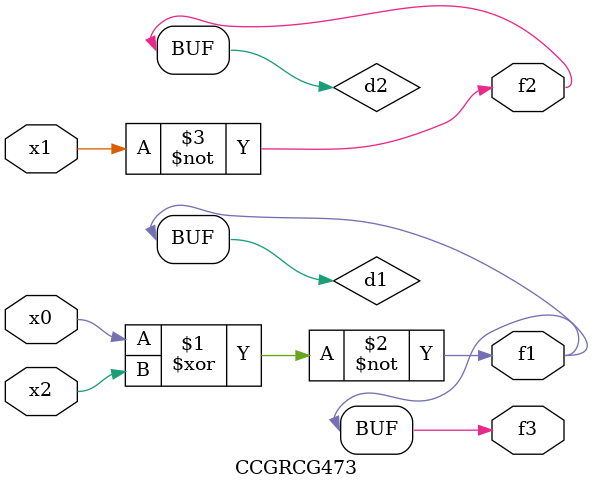
<source format=v>
module CCGRCG473(
	input x0, x1, x2,
	output f1, f2, f3
);

	wire d1, d2, d3;

	xnor (d1, x0, x2);
	nand (d2, x1);
	nor (d3, x1, x2);
	assign f1 = d1;
	assign f2 = d2;
	assign f3 = d1;
endmodule

</source>
